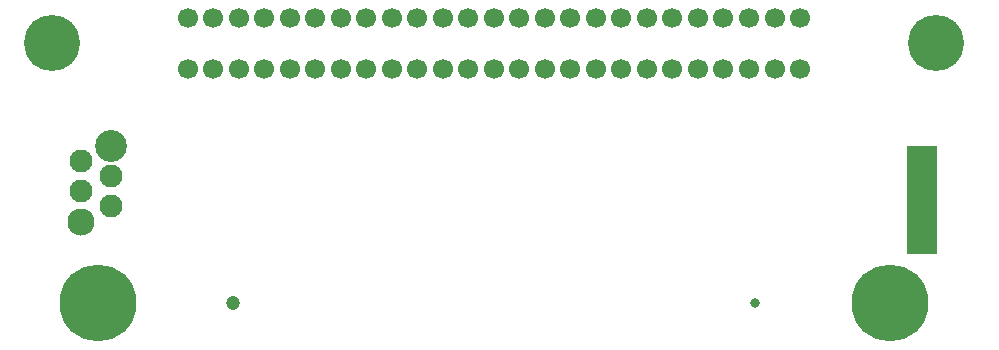
<source format=gbs>
G04 #@! TF.GenerationSoftware,KiCad,Pcbnew,8.0.6*
G04 #@! TF.CreationDate,2024-11-07T02:27:15-08:00*
G04 #@! TF.ProjectId,mse-50-ce,6d73652d-3530-42d6-9365-2e6b69636164,1*
G04 #@! TF.SameCoordinates,Original*
G04 #@! TF.FileFunction,Soldermask,Bot*
G04 #@! TF.FilePolarity,Negative*
%FSLAX46Y46*%
G04 Gerber Fmt 4.6, Leading zero omitted, Abs format (unit mm)*
G04 Created by KiCad (PCBNEW 8.0.6) date 2024-11-07 02:27:15*
%MOMM*%
%LPD*%
G01*
G04 APERTURE LIST*
%ADD10C,0.800000*%
%ADD11C,1.200000*%
%ADD12C,1.700000*%
%ADD13C,4.750000*%
%ADD14C,6.500000*%
%ADD15C,2.300000*%
%ADD16C,2.700000*%
%ADD17C,1.950000*%
G04 APERTURE END LIST*
D10*
G04 #@! TO.C,J1*
X-15400000Y4000000D03*
D11*
X-59600000Y4000000D03*
G04 #@! TD*
D12*
G04 #@! TO.C,J5*
X-63420000Y23855000D03*
X-61260000Y23855000D03*
X-59100000Y23855000D03*
X-56940000Y23855000D03*
X-54780000Y23855000D03*
X-52620000Y23855000D03*
X-50460000Y23855000D03*
X-48300000Y23855000D03*
X-46140000Y23855000D03*
X-43980000Y23855000D03*
X-41820000Y23855000D03*
X-39660000Y23855000D03*
X-37500000Y23855000D03*
X-35340000Y23855000D03*
X-33180000Y23855000D03*
X-31020000Y23855000D03*
X-28860000Y23855000D03*
X-26700000Y23855000D03*
X-24540000Y23855000D03*
X-22380000Y23855000D03*
X-20220000Y23855000D03*
X-18060000Y23855000D03*
X-15900000Y23855000D03*
X-13740000Y23855000D03*
X-11580000Y23855000D03*
X-63420000Y28145000D03*
X-61260000Y28145000D03*
X-59100000Y28145000D03*
X-56940000Y28145000D03*
X-54780000Y28145000D03*
X-52620000Y28145000D03*
X-50460000Y28145000D03*
X-48300000Y28145000D03*
X-46140000Y28145000D03*
X-43980000Y28145000D03*
X-41820000Y28145000D03*
X-39660000Y28145000D03*
X-37500000Y28145000D03*
X-35340000Y28145000D03*
X-33180000Y28145000D03*
X-31020000Y28145000D03*
X-28860000Y28145000D03*
X-26700000Y28145000D03*
X-24540000Y28145000D03*
X-22380000Y28145000D03*
X-20220000Y28145000D03*
X-18060000Y28145000D03*
X-15900000Y28145000D03*
X-13740000Y28145000D03*
X-11580000Y28145000D03*
D13*
X-75000Y26000000D03*
X-74925000Y26000000D03*
G04 #@! TD*
D14*
G04 #@! TO.C,H4*
X-4000000Y4000000D03*
G04 #@! TD*
D15*
G04 #@! TO.C,J3*
X-72440000Y10870000D03*
D16*
X-69900000Y17340000D03*
D17*
X-72440000Y16010000D03*
X-69900000Y14740000D03*
X-72440000Y13470000D03*
X-69900000Y12200000D03*
G04 #@! TD*
D14*
G04 #@! TO.C,H3*
X-71000000Y4000000D03*
G04 #@! TD*
G36*
X-56961Y17330315D02*
G01*
X-11206Y17277511D01*
X0Y17226000D01*
X0Y8274000D01*
X-19685Y8206961D01*
X-72489Y8161206D01*
X-124000Y8150000D01*
X-2376000Y8150000D01*
X-2443039Y8169685D01*
X-2488794Y8222489D01*
X-2500000Y8274000D01*
X-2500000Y17226000D01*
X-2480315Y17293039D01*
X-2427511Y17338794D01*
X-2376000Y17350000D01*
X-124000Y17350000D01*
X-56961Y17330315D01*
G37*
M02*

</source>
